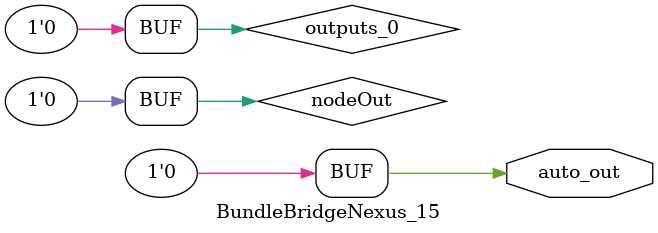
<source format=sv>
`ifndef RANDOMIZE
  `ifdef RANDOMIZE_MEM_INIT
    `define RANDOMIZE
  `endif // RANDOMIZE_MEM_INIT
`endif // not def RANDOMIZE
`ifndef RANDOMIZE
  `ifdef RANDOMIZE_REG_INIT
    `define RANDOMIZE
  `endif // RANDOMIZE_REG_INIT
`endif // not def RANDOMIZE

`ifndef RANDOM
  `define RANDOM $random
`endif // not def RANDOM

// Users can define INIT_RANDOM as general code that gets injected into the
// initializer block for modules with registers.
`ifndef INIT_RANDOM
  `define INIT_RANDOM
`endif // not def INIT_RANDOM

// If using random initialization, you can also define RANDOMIZE_DELAY to
// customize the delay used, otherwise 0.002 is used.
`ifndef RANDOMIZE_DELAY
  `define RANDOMIZE_DELAY 0.002
`endif // not def RANDOMIZE_DELAY

// Define INIT_RANDOM_PROLOG_ for use in our modules below.
`ifndef INIT_RANDOM_PROLOG_
  `ifdef RANDOMIZE
    `ifdef VERILATOR
      `define INIT_RANDOM_PROLOG_ `INIT_RANDOM
    `else  // VERILATOR
      `define INIT_RANDOM_PROLOG_ `INIT_RANDOM #`RANDOMIZE_DELAY begin end
    `endif // VERILATOR
  `else  // RANDOMIZE
    `define INIT_RANDOM_PROLOG_
  `endif // RANDOMIZE
`endif // not def INIT_RANDOM_PROLOG_

// Include register initializers in init blocks unless synthesis is set
`ifndef SYNTHESIS
  `ifndef ENABLE_INITIAL_REG_
    `define ENABLE_INITIAL_REG_
  `endif // not def ENABLE_INITIAL_REG_
`endif // not def SYNTHESIS

// Include rmemory initializers in init blocks unless synthesis is set
`ifndef SYNTHESIS
  `ifndef ENABLE_INITIAL_MEM_
    `define ENABLE_INITIAL_MEM_
  `endif // not def ENABLE_INITIAL_MEM_
`endif // not def SYNTHESIS

// Standard header to adapt well known macros for prints and assertions.

// Users can define 'PRINTF_COND' to add an extra gate to prints.
`ifndef PRINTF_COND_
  `ifdef PRINTF_COND
    `define PRINTF_COND_ (`PRINTF_COND)
  `else  // PRINTF_COND
    `define PRINTF_COND_ 1
  `endif // PRINTF_COND
`endif // not def PRINTF_COND_

// Users can define 'ASSERT_VERBOSE_COND' to add an extra gate to assert error printing.
`ifndef ASSERT_VERBOSE_COND_
  `ifdef ASSERT_VERBOSE_COND
    `define ASSERT_VERBOSE_COND_ (`ASSERT_VERBOSE_COND)
  `else  // ASSERT_VERBOSE_COND
    `define ASSERT_VERBOSE_COND_ 1
  `endif // ASSERT_VERBOSE_COND
`endif // not def ASSERT_VERBOSE_COND_

// Users can define 'STOP_COND' to add an extra gate to stop conditions.
`ifndef STOP_COND_
  `ifdef STOP_COND
    `define STOP_COND_ (`STOP_COND)
  `else  // STOP_COND
    `define STOP_COND_ 1
  `endif // STOP_COND
`endif // not def STOP_COND_

module BundleBridgeNexus_15(
  output auto_out	// src/main/scala/diplomacy/LazyModule.scala:374:18
);

  wire outputs_0 = 1'h0;	// src/main/scala/subsystem/HasTiles.scala:159:32
  wire nodeOut = outputs_0;	// src/main/scala/diplomacy/Nodes.scala:1205:17, src/main/scala/subsystem/HasTiles.scala:159:32
  assign auto_out = nodeOut;	// src/main/scala/diplomacy/Nodes.scala:1205:17
endmodule


</source>
